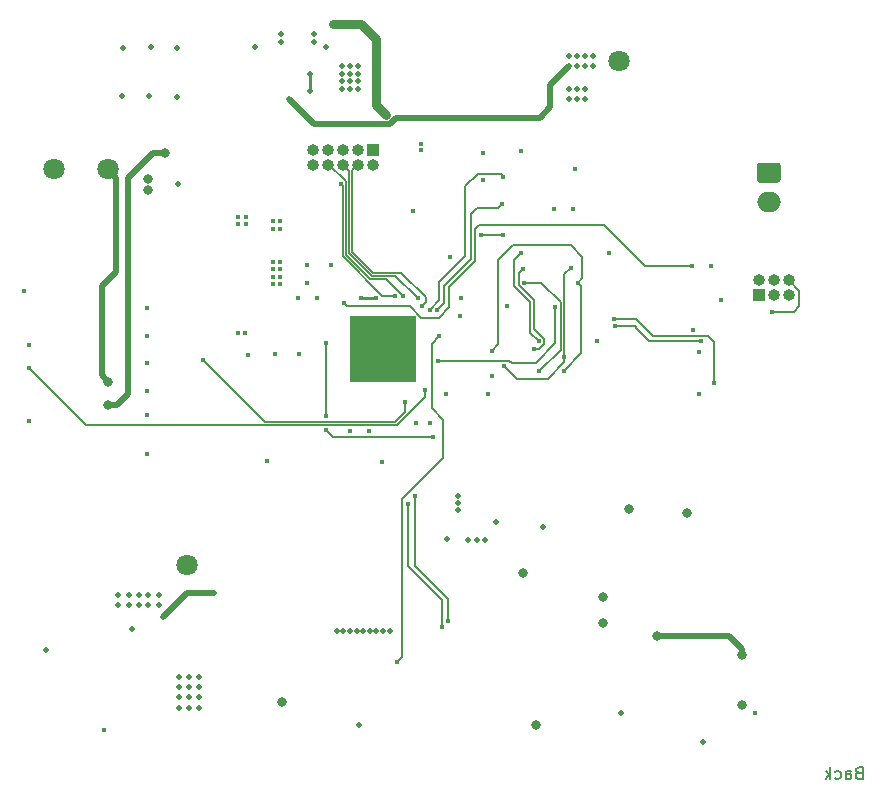
<source format=gbr>
G04 #@! TF.GenerationSoftware,KiCad,Pcbnew,5.1.9-73d0e3b20d~88~ubuntu20.04.1*
G04 #@! TF.CreationDate,2020-12-28T11:38:45+01:00*
G04 #@! TF.ProjectId,cam,63616d2e-6b69-4636-9164-5f7063625858,rev?*
G04 #@! TF.SameCoordinates,Original*
G04 #@! TF.FileFunction,Copper,L4,Bot*
G04 #@! TF.FilePolarity,Positive*
%FSLAX46Y46*%
G04 Gerber Fmt 4.6, Leading zero omitted, Abs format (unit mm)*
G04 Created by KiCad (PCBNEW 5.1.9-73d0e3b20d~88~ubuntu20.04.1) date 2020-12-28 11:38:45*
%MOMM*%
%LPD*%
G01*
G04 APERTURE LIST*
G04 #@! TA.AperFunction,NonConductor*
%ADD10C,0.173800*%
G04 #@! TD*
G04 #@! TA.AperFunction,ComponentPad*
%ADD11O,1.000000X1.000000*%
G04 #@! TD*
G04 #@! TA.AperFunction,ComponentPad*
%ADD12R,1.000000X1.000000*%
G04 #@! TD*
G04 #@! TA.AperFunction,SMDPad,CuDef*
%ADD13R,5.600000X5.600000*%
G04 #@! TD*
G04 #@! TA.AperFunction,ComponentPad*
%ADD14C,0.500000*%
G04 #@! TD*
G04 #@! TA.AperFunction,ComponentPad*
%ADD15C,1.800000*%
G04 #@! TD*
G04 #@! TA.AperFunction,ComponentPad*
%ADD16O,2.000000X1.700000*%
G04 #@! TD*
G04 #@! TA.AperFunction,ViaPad*
%ADD17C,0.500000*%
G04 #@! TD*
G04 #@! TA.AperFunction,ViaPad*
%ADD18C,0.450000*%
G04 #@! TD*
G04 #@! TA.AperFunction,ViaPad*
%ADD19C,0.800000*%
G04 #@! TD*
G04 #@! TA.AperFunction,Conductor*
%ADD20C,0.254000*%
G04 #@! TD*
G04 #@! TA.AperFunction,Conductor*
%ADD21C,0.762000*%
G04 #@! TD*
G04 #@! TA.AperFunction,Conductor*
%ADD22C,0.508000*%
G04 #@! TD*
G04 #@! TA.AperFunction,Conductor*
%ADD23C,0.146812*%
G04 #@! TD*
G04 APERTURE END LIST*
D10*
X173934285Y-116006571D02*
X173791428Y-116054190D01*
X173743809Y-116101809D01*
X173696190Y-116197047D01*
X173696190Y-116339904D01*
X173743809Y-116435142D01*
X173791428Y-116482761D01*
X173886666Y-116530380D01*
X174267619Y-116530380D01*
X174267619Y-115530380D01*
X173934285Y-115530380D01*
X173839047Y-115578000D01*
X173791428Y-115625619D01*
X173743809Y-115720857D01*
X173743809Y-115816095D01*
X173791428Y-115911333D01*
X173839047Y-115958952D01*
X173934285Y-116006571D01*
X174267619Y-116006571D01*
X172839047Y-116530380D02*
X172839047Y-116006571D01*
X172886666Y-115911333D01*
X172981904Y-115863714D01*
X173172380Y-115863714D01*
X173267619Y-115911333D01*
X172839047Y-116482761D02*
X172934285Y-116530380D01*
X173172380Y-116530380D01*
X173267619Y-116482761D01*
X173315238Y-116387523D01*
X173315238Y-116292285D01*
X173267619Y-116197047D01*
X173172380Y-116149428D01*
X172934285Y-116149428D01*
X172839047Y-116101809D01*
X171934285Y-116482761D02*
X172029523Y-116530380D01*
X172220000Y-116530380D01*
X172315238Y-116482761D01*
X172362857Y-116435142D01*
X172410476Y-116339904D01*
X172410476Y-116054190D01*
X172362857Y-115958952D01*
X172315238Y-115911333D01*
X172220000Y-115863714D01*
X172029523Y-115863714D01*
X171934285Y-115911333D01*
X171505714Y-116530380D02*
X171505714Y-115530380D01*
X171410476Y-116149428D02*
X171124761Y-116530380D01*
X171124761Y-115863714D02*
X171505714Y-116244666D01*
D11*
X127698500Y-64516000D03*
X127698500Y-63246000D03*
X128968500Y-64516000D03*
X128968500Y-63246000D03*
X130238500Y-64516000D03*
X130238500Y-63246000D03*
X131508500Y-64516000D03*
X131508500Y-63246000D03*
X132778500Y-64516000D03*
D12*
X132778500Y-63246000D03*
D11*
X168021000Y-74295000D03*
X168021000Y-75565000D03*
X166751000Y-74295000D03*
X166751000Y-75565000D03*
X165481000Y-74295000D03*
D12*
X165481000Y-75565000D03*
D13*
X133654800Y-80111600D03*
D14*
X136204800Y-82661600D03*
X134929800Y-82661600D03*
X133654800Y-82661600D03*
X132379800Y-82661600D03*
X131104800Y-82661600D03*
X136204800Y-81386600D03*
X134929800Y-81386600D03*
X133654800Y-81386600D03*
X132379800Y-81386600D03*
X131104800Y-81386600D03*
X136204800Y-80111600D03*
X134929800Y-80111600D03*
X133654800Y-80111600D03*
X132379800Y-80111600D03*
X131104800Y-80111600D03*
X136204800Y-78836600D03*
X134929800Y-78836600D03*
X133654800Y-78836600D03*
X132379800Y-78836600D03*
X131104800Y-78836600D03*
X136204800Y-77561600D03*
X134929800Y-77561600D03*
X133654800Y-77561600D03*
X132379800Y-77561600D03*
X131104800Y-77561600D03*
D15*
X117094000Y-98425000D03*
X153670000Y-55753000D03*
X105791000Y-64897000D03*
X110337600Y-64897000D03*
D16*
X166319200Y-67701800D03*
G04 #@! TA.AperFunction,ComponentPad*
G36*
G01*
X165569200Y-64351800D02*
X167069200Y-64351800D01*
G75*
G02*
X167319200Y-64601800I0J-250000D01*
G01*
X167319200Y-65801800D01*
G75*
G02*
X167069200Y-66051800I-250000J0D01*
G01*
X165569200Y-66051800D01*
G75*
G02*
X165319200Y-65801800I0J250000D01*
G01*
X165319200Y-64601800D01*
G75*
G02*
X165569200Y-64351800I250000J0D01*
G01*
G37*
G04 #@! TD.AperFunction*
D17*
X116382800Y-110490000D03*
X118110000Y-110490000D03*
X117246400Y-110490000D03*
X116382800Y-109626400D03*
X117246400Y-109626400D03*
X118110000Y-109626400D03*
X117246400Y-108762800D03*
X118110000Y-108762800D03*
X116382800Y-108762800D03*
X117246400Y-107899200D03*
X118110000Y-107899200D03*
X116382800Y-107899200D03*
X112115600Y-101803200D03*
X112979200Y-101803200D03*
X112979200Y-100939600D03*
X111252000Y-100939600D03*
X112115600Y-100939600D03*
X111252000Y-101803200D03*
X113792000Y-100939600D03*
X113792000Y-101803200D03*
X114655600Y-100939600D03*
X114655600Y-101803200D03*
X122844400Y-54595200D03*
X131543900Y-56208100D03*
X130845400Y-56208100D03*
X130146900Y-56208100D03*
X131543900Y-56843100D03*
X130845400Y-56843100D03*
X130146900Y-56843100D03*
X130146900Y-57478100D03*
X130845400Y-57478100D03*
X131543900Y-57478100D03*
X130146900Y-58113100D03*
X130845400Y-58113100D03*
X131543900Y-58113100D03*
X150098600Y-58075000D03*
X150759000Y-58938600D03*
X150759000Y-58075000D03*
X149438200Y-58075000D03*
X150098600Y-58938600D03*
X149438200Y-58938600D03*
X127822800Y-54112600D03*
X127822800Y-53467000D03*
X125028800Y-53467000D03*
X125028800Y-54112600D03*
X139106000Y-96251200D03*
X140874000Y-96276600D03*
X140045800Y-92568200D03*
X140045800Y-93152400D03*
X140045800Y-93762000D03*
X147234000Y-95184400D03*
X153787200Y-110932400D03*
X141574000Y-96275200D03*
X142274000Y-96275200D03*
X160731200Y-113436400D03*
X131622800Y-111963200D03*
X134213600Y-103987600D03*
X133654800Y-103987600D03*
X133096000Y-103987600D03*
X132537200Y-103987600D03*
X131978400Y-103987600D03*
X131419600Y-103987600D03*
X130860800Y-103987600D03*
X130302000Y-103987600D03*
X112395100Y-103809700D03*
D18*
X136194800Y-68453000D03*
D17*
X111620100Y-54648300D03*
X113995200Y-54559200D03*
X116230400Y-54610000D03*
X111594700Y-58686900D03*
X113880500Y-58737900D03*
X116256000Y-58750400D03*
X116281200Y-66141600D03*
D18*
X149887400Y-64869600D03*
X145324000Y-63369600D03*
X136906000Y-62738000D03*
X136906000Y-63246000D03*
D17*
X129743200Y-103987600D03*
D18*
X124333000Y-74650600D03*
X124968000Y-74650600D03*
X124968000Y-74015600D03*
X124333000Y-74015600D03*
X124968000Y-72745600D03*
X124333000Y-72745600D03*
X124333000Y-73380600D03*
X124968000Y-73380600D03*
X124333000Y-69316600D03*
X124968000Y-69316600D03*
X124333000Y-69951600D03*
X124968000Y-69951600D03*
X122047000Y-68935600D03*
X122047000Y-69570600D03*
X121412000Y-68935600D03*
X121412000Y-69570600D03*
X103683000Y-79749500D03*
X103683000Y-86233000D03*
X162306000Y-75946000D03*
X129235200Y-73050400D03*
X127254000Y-73050400D03*
X113665000Y-81280000D03*
X133604000Y-89662000D03*
X123825000Y-89598500D03*
X130873500Y-87058500D03*
X137668000Y-86423500D03*
X126492000Y-75819000D03*
X122237500Y-80645000D03*
X124523500Y-80518000D03*
X126555500Y-80518000D03*
X140208000Y-77343000D03*
X139306500Y-72320000D03*
X103238500Y-75241000D03*
X110001100Y-112420400D03*
D19*
X154483000Y-93656000D03*
X159405600Y-93975200D03*
D18*
X165150800Y-110947200D03*
D19*
X164084000Y-110236000D03*
X146609000Y-111944000D03*
X152324000Y-101085500D03*
X152324000Y-103308000D03*
X145529500Y-99117000D03*
D18*
X139014400Y-83953200D03*
X142570400Y-83953200D03*
X151816000Y-79482800D03*
X152781200Y-71964400D03*
X148158400Y-68306800D03*
X113665200Y-83699200D03*
X113665200Y-85731200D03*
X113665200Y-88982400D03*
D17*
X127518000Y-56830400D03*
X127467200Y-58303600D03*
D19*
X125069600Y-110032800D03*
D17*
X133400800Y-59791600D03*
X133096000Y-59283600D03*
X130657600Y-52583010D03*
X130048000Y-52583010D03*
X129433390Y-52583010D03*
D18*
X133909000Y-60318500D03*
D19*
X110414000Y-84893000D03*
X115170000Y-63500000D03*
X110414000Y-82886400D03*
D17*
X149438200Y-55281000D03*
X149438200Y-56144600D03*
X150098600Y-56144600D03*
X150098600Y-55281000D03*
X150759000Y-55281000D03*
X150759000Y-56144600D03*
X128813400Y-54569800D03*
X125740000Y-58964000D03*
X143205200Y-94792800D03*
X105156000Y-105638600D03*
D18*
X161442400Y-73101200D03*
X121970800Y-78740000D03*
X121361200Y-78740000D03*
X133080216Y-75836899D03*
X131829384Y-75844400D03*
X127203200Y-74574400D03*
X132461000Y-87058500D03*
X136461500Y-86423500D03*
X160439100Y-80352900D03*
X160413700Y-83908900D03*
X128079500Y-75819000D03*
X140271500Y-75819000D03*
X142113000Y-63563500D03*
X142113000Y-65849500D03*
X113690400Y-78994000D03*
X113690400Y-76657200D03*
X159867600Y-78536800D03*
D17*
X151435000Y-56144600D03*
X151435000Y-55281000D03*
D19*
X113792000Y-66700400D03*
X113792000Y-65728500D03*
D18*
X149733200Y-68306800D03*
X142843500Y-82397500D03*
X144145200Y-76485600D03*
D17*
X115062000Y-102819200D03*
X119329200Y-100787200D03*
D19*
X156845000Y-104394000D03*
X164084000Y-106019600D03*
D18*
X130365500Y-76263500D03*
X159829500Y-73101200D03*
X141986000Y-70485000D03*
X143789600Y-70485000D03*
X103683000Y-81724500D03*
X137211000Y-83559500D03*
X138633200Y-103682800D03*
X135737600Y-93218000D03*
X135509000Y-84645500D03*
X118427500Y-81026000D03*
X142875200Y-80295600D03*
X150139600Y-74504400D03*
X148971200Y-81972000D03*
X146837600Y-79482800D03*
X145364400Y-71964400D03*
X146837600Y-82022800D03*
X145624867Y-74527391D03*
X143902490Y-81533816D03*
X149022000Y-80803600D03*
X149580800Y-73234400D03*
X139192000Y-103174800D03*
X136353584Y-92608400D03*
X138430000Y-79057500D03*
X134810500Y-106616500D03*
X128841500Y-79629000D03*
X137922000Y-87566500D03*
X166560500Y-76962000D03*
X128829000Y-85782000D03*
X128829000Y-86988500D03*
X135324013Y-75628500D03*
X136588500Y-75819000D03*
X136982529Y-76485925D03*
X134683500Y-75628500D03*
X130090938Y-66167000D03*
X138303200Y-81108400D03*
X148260000Y-76587200D03*
X137604500Y-76835000D03*
X143827500Y-65532000D03*
X138239500Y-76835000D03*
X143764000Y-67818000D03*
X161722000Y-82988000D03*
X153238400Y-77603200D03*
X160559916Y-79412916D03*
X153289200Y-78212800D03*
X145516800Y-73336000D03*
X146460585Y-80121785D03*
D20*
X127467200Y-56881200D02*
X127518000Y-56830400D01*
X127467200Y-58303600D02*
X127467200Y-56881200D01*
D21*
X133096000Y-59486800D02*
X133096000Y-59283600D01*
X133400800Y-59791600D02*
X133096000Y-59486800D01*
X133096000Y-53898800D02*
X133096000Y-59283600D01*
X131780210Y-52583010D02*
X133096000Y-53898800D01*
X130657600Y-52583010D02*
X131780210Y-52583010D01*
X130657600Y-52583010D02*
X130048000Y-52583010D01*
X130048000Y-52583010D02*
X129433390Y-52583010D01*
X133400800Y-59810300D02*
X133909000Y-60318500D01*
X133400800Y-59791600D02*
X133400800Y-59810300D01*
D22*
X115189000Y-63500000D02*
X115170000Y-63500000D01*
X114217500Y-63500000D02*
X112065000Y-65652500D01*
X112065000Y-65652500D02*
X112065000Y-83940500D01*
X111112500Y-84893000D02*
X112065000Y-83940500D01*
X110414000Y-84893000D02*
X111112500Y-84893000D01*
X115170000Y-63500000D02*
X114217500Y-63500000D01*
X111071050Y-65630450D02*
X110337600Y-64897000D01*
X109842500Y-74796500D02*
X111071050Y-73567950D01*
X111071050Y-73567950D02*
X111071050Y-65630450D01*
X110414000Y-82886400D02*
X109842500Y-82314900D01*
X109842500Y-82060900D02*
X109842500Y-74796500D01*
X109842500Y-82314900D02*
X109842500Y-82060900D01*
X109842500Y-82162500D02*
X109842500Y-82060900D01*
D20*
X133080216Y-75836899D02*
X131836885Y-75836899D01*
X131836885Y-75836899D02*
X131829384Y-75844400D01*
D22*
X127856510Y-61080510D02*
X134224636Y-61080510D01*
X134224636Y-61080510D02*
X134751536Y-60553610D01*
X146913590Y-60553610D02*
X147828000Y-59639200D01*
X125740000Y-58964000D02*
X127856510Y-61080510D01*
X147828000Y-59639200D02*
X147828000Y-57754800D01*
X134751536Y-60553610D02*
X146913590Y-60553610D01*
X147828000Y-57754800D02*
X149188201Y-56394599D01*
X149188201Y-56394599D02*
X149438200Y-56144600D01*
X115062000Y-102819200D02*
X117094000Y-100787200D01*
X117094000Y-100787200D02*
X119329200Y-100787200D01*
X164084000Y-105537000D02*
X162941000Y-104394000D01*
X164084000Y-106019600D02*
X164084000Y-106019600D01*
X156845000Y-104394000D02*
X156845000Y-104394000D01*
X156845000Y-104394000D02*
X162941000Y-104394000D01*
X164084000Y-106019600D02*
X164084000Y-105537000D01*
D23*
X130590499Y-76488499D02*
X135924499Y-76488499D01*
X130365500Y-76263500D02*
X130590499Y-76488499D01*
X135924499Y-76488499D02*
X136906000Y-77470000D01*
X136906000Y-77470000D02*
X138366500Y-77470000D01*
X138366500Y-77470000D02*
X139255500Y-76581000D01*
X155829000Y-73088500D02*
X159829500Y-73088500D01*
X152400000Y-69659500D02*
X155829000Y-73088500D01*
X139255500Y-74911000D02*
X141465500Y-72701000D01*
X139255500Y-76581000D02*
X139255500Y-74911000D01*
X141465500Y-69983500D02*
X141789500Y-69659500D01*
X141465500Y-72701000D02*
X141465500Y-69983500D01*
X141789500Y-69659500D02*
X152400000Y-69659500D01*
X143789600Y-70485000D02*
X141986000Y-70485000D01*
X103695500Y-81724500D02*
X108522231Y-86551231D01*
X108522231Y-86551231D02*
X134809769Y-86551231D01*
X137211000Y-84150000D02*
X137211000Y-83559500D01*
X136839500Y-84521500D02*
X137211000Y-84150000D01*
X134809769Y-86551231D02*
X136839500Y-84521500D01*
X136839500Y-84521500D02*
X136998501Y-84362499D01*
X138633200Y-102717600D02*
X138633200Y-102438200D01*
X138633200Y-103682800D02*
X138633200Y-102717600D01*
X138633200Y-101403184D02*
X138633200Y-102717600D01*
X135737600Y-98507584D02*
X138633200Y-101403184D01*
X135737600Y-93218000D02*
X135737600Y-98507584D01*
X123678908Y-86277408D02*
X118427500Y-81026000D01*
X134683592Y-86277408D02*
X123678908Y-86277408D01*
X135509000Y-85452000D02*
X134683592Y-86277408D01*
X135509000Y-84645500D02*
X135509000Y-85452000D01*
X150546000Y-74098000D02*
X150139600Y-74504400D01*
X149555400Y-71329400D02*
X150546000Y-72320000D01*
X143434000Y-79736800D02*
X143434000Y-72574000D01*
X143434000Y-72574000D02*
X144678600Y-71329400D01*
X142875200Y-80295600D02*
X143434000Y-79736800D01*
X144678600Y-71329400D02*
X149555400Y-71329400D01*
X150546000Y-72320000D02*
X150546000Y-74098000D01*
X150139600Y-74504400D02*
X150444400Y-74809200D01*
X150444400Y-80498800D02*
X148971200Y-81972000D01*
X150444400Y-74809200D02*
X150444400Y-80498800D01*
X144754800Y-72574000D02*
X145364400Y-71964400D01*
X144754800Y-74809200D02*
X144754800Y-72574000D01*
X146126400Y-76180800D02*
X144754800Y-74809200D01*
X146126400Y-78771600D02*
X146126400Y-76180800D01*
X146837600Y-79482800D02*
X146126400Y-78771600D01*
X146047791Y-74527391D02*
X145624867Y-74527391D01*
X148685408Y-80174992D02*
X148685408Y-76149008D01*
X147063791Y-74527391D02*
X146047791Y-74527391D01*
X148685408Y-76149008D02*
X147063791Y-74527391D01*
X146837600Y-82022800D02*
X148685408Y-80174992D01*
X143902490Y-81533816D02*
X145001074Y-82632400D01*
X145001074Y-82632400D02*
X147599600Y-82632400D01*
X147599600Y-82632400D02*
X149022000Y-81210000D01*
X149022000Y-81210000D02*
X149022000Y-80803600D01*
X149022000Y-80803600D02*
X149022000Y-74332984D01*
X149022000Y-73793200D02*
X149580800Y-73234400D01*
X149022000Y-74332984D02*
X149022000Y-73793200D01*
X139192000Y-103174800D02*
X139192000Y-101301584D01*
X139192000Y-101301584D02*
X136353584Y-98463168D01*
X136353584Y-98463168D02*
X136353584Y-92608400D01*
X138430000Y-79057500D02*
X137795000Y-79692500D01*
X137795000Y-79692500D02*
X137795000Y-85153500D01*
X137795000Y-85153500D02*
X138747500Y-86106000D01*
X138747500Y-86106000D02*
X138747500Y-89344500D01*
X138747500Y-89344500D02*
X135255000Y-92837000D01*
X135255000Y-106172000D02*
X135255000Y-105854500D01*
X134810500Y-106616500D02*
X135255000Y-106172000D01*
X135255000Y-92837000D02*
X135255000Y-105854500D01*
X128841500Y-79629000D02*
X128841500Y-85788500D01*
X129921000Y-87566500D02*
X137922000Y-87566500D01*
X166560500Y-76962000D02*
X168465500Y-76962000D01*
X168465500Y-76962000D02*
X168910000Y-76517500D01*
X168910000Y-75184000D02*
X168021000Y-74295000D01*
X168910000Y-76517500D02*
X168910000Y-75184000D01*
X128835500Y-85788500D02*
X128829000Y-85782000D01*
X128841500Y-85788500D02*
X128835500Y-85788500D01*
X129407000Y-87566500D02*
X129921000Y-87566500D01*
X128829000Y-86988500D02*
X129407000Y-87566500D01*
X132574420Y-74211676D02*
X130516354Y-72153610D01*
X129090105Y-64516000D02*
X128968500Y-64516000D01*
X130516354Y-65942249D02*
X129090105Y-64516000D01*
X133907189Y-74211676D02*
X132574420Y-74211676D01*
X135324013Y-75628500D02*
X133907189Y-74211676D01*
X130516354Y-72153610D02*
X130516354Y-65942249D01*
X132687842Y-73937854D02*
X130790177Y-72040189D01*
X134707354Y-73937854D02*
X132687842Y-73937854D01*
X130790177Y-65067677D02*
X130238500Y-64516000D01*
X136588500Y-75819000D02*
X134707354Y-73937854D01*
X130790177Y-72040189D02*
X130790177Y-65067677D01*
X131064000Y-71926768D02*
X131064000Y-64960500D01*
X131064000Y-64960500D02*
X131508500Y-64516000D01*
X132797232Y-73660000D02*
X131064000Y-71926768D01*
X137287000Y-75755500D02*
X135191500Y-73660000D01*
X135191500Y-73660000D02*
X132797232Y-73660000D01*
X137287000Y-76181454D02*
X137287000Y-75755500D01*
X136982529Y-76485925D02*
X137287000Y-76181454D01*
X130238500Y-66314562D02*
X130090938Y-66167000D01*
X130238500Y-72263000D02*
X130238500Y-66314562D01*
X133604000Y-75628500D02*
X130238500Y-72263000D01*
X134683500Y-75628500D02*
X133604000Y-75628500D01*
X148260000Y-77247600D02*
X148260000Y-76587200D01*
X148260000Y-79635200D02*
X148260000Y-77247600D01*
X146583600Y-81311600D02*
X148260000Y-79635200D01*
X144551600Y-81311600D02*
X146583600Y-81311600D01*
X144348400Y-81108400D02*
X144551600Y-81311600D01*
X138303200Y-81108400D02*
X144348400Y-81108400D01*
X143637000Y-65341500D02*
X143827500Y-65532000D01*
X138430000Y-74466500D02*
X140640000Y-72256500D01*
X138430000Y-76009500D02*
X138430000Y-74466500D01*
X137604500Y-76835000D02*
X138430000Y-76009500D01*
X140640000Y-66364000D02*
X141662500Y-65341500D01*
X140640000Y-66795500D02*
X140640000Y-66364000D01*
X141662500Y-65341500D02*
X143637000Y-65341500D01*
X140640000Y-72256500D02*
X140640000Y-66795500D01*
X141605000Y-68199000D02*
X143383000Y-68199000D01*
X141094000Y-68710000D02*
X141605000Y-68199000D01*
X141094000Y-72501000D02*
X141094000Y-68710000D01*
X138811000Y-74784000D02*
X141094000Y-72501000D01*
X143383000Y-68199000D02*
X143764000Y-67818000D01*
X138811000Y-76263500D02*
X138811000Y-74784000D01*
X138239500Y-76835000D02*
X138811000Y-76263500D01*
X161722000Y-79495500D02*
X161214000Y-78987500D01*
X161722000Y-82988000D02*
X161722000Y-79495500D01*
X155118000Y-77603200D02*
X156502300Y-78987500D01*
X153238400Y-77603200D02*
X155118000Y-77603200D01*
X161214000Y-78987500D02*
X156502300Y-78987500D01*
X156171716Y-79412916D02*
X160559916Y-79412916D01*
X154971600Y-78212800D02*
X155197200Y-78438400D01*
X153289200Y-78212800D02*
X154971600Y-78212800D01*
X155197200Y-78438400D02*
X156171716Y-79412916D01*
X146828218Y-80121785D02*
X146460585Y-80121785D01*
X147263007Y-79686996D02*
X146828218Y-80121785D01*
X145192992Y-73659808D02*
X145192992Y-74707748D01*
X146460585Y-78476182D02*
X147263007Y-79278604D01*
X146460585Y-75975341D02*
X146460585Y-78476182D01*
X147263007Y-79278604D02*
X147263007Y-79686996D01*
X145192992Y-74707748D02*
X146460585Y-75975341D01*
X145516800Y-73336000D02*
X145192992Y-73659808D01*
M02*

</source>
